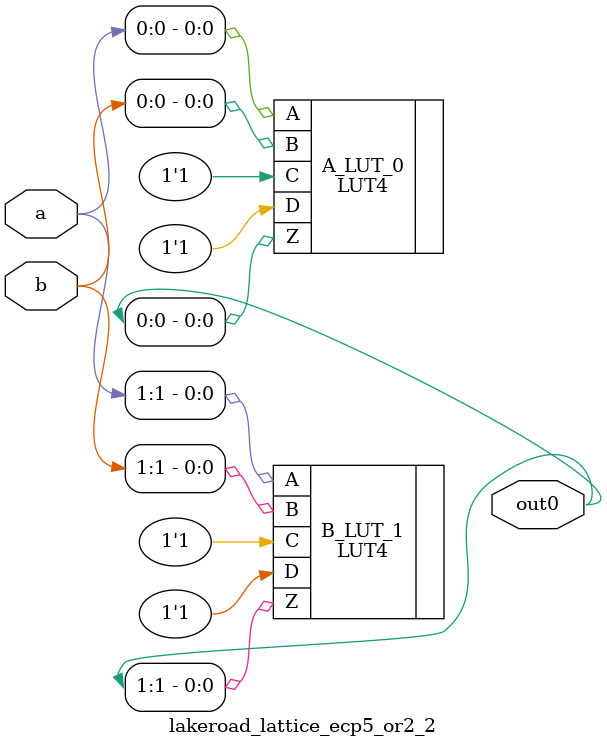
<source format=v>
/* Generated by Yosys 0.16+41 (git sha1 29c0a5958, x86_64-apple-darwin20.2-clang 10.0.0-4ubuntu1 -fPIC -Os) */

module lakeroad_lattice_ecp5_or2_2(a, b, out0);
  wire _0_;
  wire _1_;
  wire _2_;
  wire _3_;
  wire _4_;
  wire _5_;
  input [1:0] a;
  wire [1:0] a;
  input [1:0] b;
  wire [1:0] b;
  output [1:0] out0;
  wire [1:0] out0;
  LUT4 #(
    .INIT(16'hefff)
  ) A_LUT_0 (
    .A(a[0]),
    .B(b[0]),
    .C(1'h1),
    .D(1'h1),
    .Z(out0[0])
  );
  LUT4 #(
    .INIT(16'hefff)
  ) B_LUT_1 (
    .A(a[1]),
    .B(b[1]),
    .C(1'h1),
    .D(1'h1),
    .Z(out0[1])
  );
  LUT4 #(
    .INIT(16'h0000)
  ) C_LUT_2 (
    .A(1'h0),
    .B(1'h0),
    .C(1'h0),
    .D(1'h0),
    .Z(_5_)
  );
  LUT4 #(
    .INIT(16'h0000)
  ) D_LUT_3 (
    .A(1'h0),
    .B(1'h0),
    .C(1'h0),
    .D(1'h0),
    .Z(_4_)
  );
  LUT4 #(
    .INIT(16'h0000)
  ) E_LUT_4 (
    .A(1'h0),
    .B(1'h0),
    .C(1'h0),
    .D(1'h0),
    .Z(_3_)
  );
  LUT4 #(
    .INIT(16'h0000)
  ) F_LUT_5 (
    .A(1'h0),
    .B(1'h0),
    .C(1'h0),
    .D(1'h0),
    .Z(_2_)
  );
  LUT4 #(
    .INIT(16'h0000)
  ) G_LUT_6 (
    .A(1'h0),
    .B(1'h0),
    .C(1'h0),
    .D(1'h0),
    .Z(_1_)
  );
  LUT4 #(
    .INIT(16'h0000)
  ) H_LUT_7 (
    .A(1'h0),
    .B(1'h0),
    .C(1'h0),
    .D(1'h0),
    .Z(_0_)
  );
endmodule


</source>
